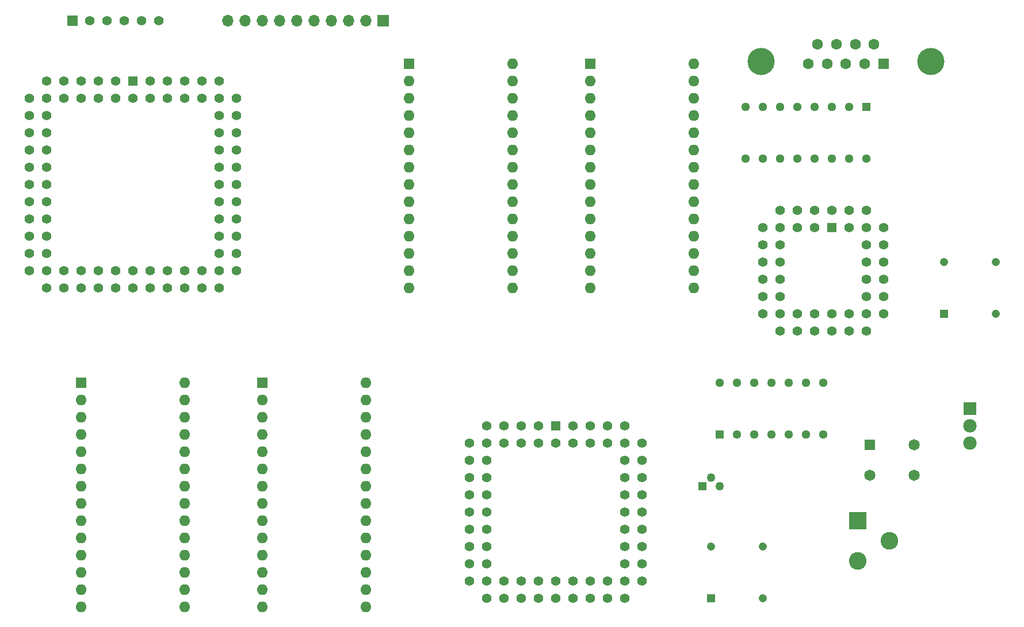
<source format=gbr>
%TF.GenerationSoftware,KiCad,Pcbnew,(5.1.12)-1*%
%TF.CreationDate,2022-04-22T18:12:23-05:00*%
%TF.ProjectId,Microcompuer,4d696372-6f63-46f6-9d70-7565722e6b69,rev?*%
%TF.SameCoordinates,Original*%
%TF.FileFunction,Soldermask,Bot*%
%TF.FilePolarity,Negative*%
%FSLAX46Y46*%
G04 Gerber Fmt 4.6, Leading zero omitted, Abs format (unit mm)*
G04 Created by KiCad (PCBNEW (5.1.12)-1) date 2022-04-22 18:12:23*
%MOMM*%
%LPD*%
G01*
G04 APERTURE LIST*
%ADD10C,2.600000*%
%ADD11R,2.600000X2.600000*%
%ADD12O,1.600000X1.600000*%
%ADD13R,1.600000X1.600000*%
%ADD14C,1.295400*%
%ADD15R,1.295400X1.295400*%
%ADD16C,1.650000*%
%ADD17R,1.650000X1.650000*%
%ADD18C,1.980000*%
%ADD19R,1.980000X1.980000*%
%ADD20C,1.422400*%
%ADD21R,1.524000X1.524000*%
%ADD22C,4.000000*%
%ADD23C,1.600000*%
%ADD24R,1.422400X1.422400*%
%ADD25C,1.270000*%
%ADD26R,1.270000X1.270000*%
%ADD27C,1.208000*%
%ADD28R,1.208000X1.208000*%
%ADD29O,1.700000X1.700000*%
%ADD30R,1.700000X1.700000*%
G04 APERTURE END LIST*
D10*
%TO.C,PLUG1*%
X287910000Y-155400000D03*
X283210000Y-158400000D03*
D11*
X283210000Y-152400000D03*
%TD*%
D12*
%TO.C,UROM1*%
X232410000Y-85090000D03*
X217170000Y-118110000D03*
X232410000Y-87630000D03*
X217170000Y-115570000D03*
X232410000Y-90170000D03*
X217170000Y-113030000D03*
X232410000Y-92710000D03*
X217170000Y-110490000D03*
X232410000Y-95250000D03*
X217170000Y-107950000D03*
X232410000Y-97790000D03*
X217170000Y-105410000D03*
X232410000Y-100330000D03*
X217170000Y-102870000D03*
X232410000Y-102870000D03*
X217170000Y-100330000D03*
X232410000Y-105410000D03*
X217170000Y-97790000D03*
X232410000Y-107950000D03*
X217170000Y-95250000D03*
X232410000Y-110490000D03*
X217170000Y-92710000D03*
X232410000Y-113030000D03*
X217170000Y-90170000D03*
X232410000Y-115570000D03*
X217170000Y-87630000D03*
X232410000Y-118110000D03*
D13*
X217170000Y-85090000D03*
%TD*%
D12*
%TO.C,URAM1*%
X184150000Y-132080000D03*
X168910000Y-165100000D03*
X184150000Y-134620000D03*
X168910000Y-162560000D03*
X184150000Y-137160000D03*
X168910000Y-160020000D03*
X184150000Y-139700000D03*
X168910000Y-157480000D03*
X184150000Y-142240000D03*
X168910000Y-154940000D03*
X184150000Y-144780000D03*
X168910000Y-152400000D03*
X184150000Y-147320000D03*
X168910000Y-149860000D03*
X184150000Y-149860000D03*
X168910000Y-147320000D03*
X184150000Y-152400000D03*
X168910000Y-144780000D03*
X184150000Y-154940000D03*
X168910000Y-142240000D03*
X184150000Y-157480000D03*
X168910000Y-139700000D03*
X184150000Y-160020000D03*
X168910000Y-137160000D03*
X184150000Y-162560000D03*
X168910000Y-134620000D03*
X184150000Y-165100000D03*
D13*
X168910000Y-132080000D03*
%TD*%
D14*
%TO.C,U8*%
X262890000Y-132080000D03*
X265430000Y-132080000D03*
X267970000Y-132080000D03*
X270510000Y-132080000D03*
X273050000Y-132080000D03*
X275590000Y-132080000D03*
X278130000Y-132080000D03*
X278130000Y-139700000D03*
X275590000Y-139700000D03*
X273050000Y-139700000D03*
X270510000Y-139700000D03*
X267970000Y-139700000D03*
X265430000Y-139700000D03*
D15*
X262890000Y-139700000D03*
%TD*%
D16*
%TO.C,S1*%
X291540000Y-141260000D03*
D17*
X285040000Y-141260000D03*
D16*
X291540000Y-145760000D03*
X285040000Y-145760000D03*
%TD*%
D14*
%TO.C,RS1*%
X284480000Y-99060000D03*
X281940000Y-99060000D03*
X279400000Y-99060000D03*
X276860000Y-99060000D03*
X274320000Y-99060000D03*
X271780000Y-99060000D03*
X269240000Y-99060000D03*
X266700000Y-99060000D03*
X266700000Y-91440000D03*
X269240000Y-91440000D03*
X271780000Y-91440000D03*
X274320000Y-91440000D03*
X276860000Y-91440000D03*
X279400000Y-91440000D03*
X281940000Y-91440000D03*
D15*
X284480000Y-91440000D03*
%TD*%
D18*
%TO.C,REG1*%
X299720000Y-140990000D03*
X299720000Y-138440000D03*
D19*
X299720000Y-135890000D03*
%TD*%
D12*
%TO.C,LROM1*%
X259080000Y-85090000D03*
X243840000Y-118110000D03*
X259080000Y-87630000D03*
X243840000Y-115570000D03*
X259080000Y-90170000D03*
X243840000Y-113030000D03*
X259080000Y-92710000D03*
X243840000Y-110490000D03*
X259080000Y-95250000D03*
X243840000Y-107950000D03*
X259080000Y-97790000D03*
X243840000Y-105410000D03*
X259080000Y-100330000D03*
X243840000Y-102870000D03*
X259080000Y-102870000D03*
X243840000Y-100330000D03*
X259080000Y-105410000D03*
X243840000Y-97790000D03*
X259080000Y-107950000D03*
X243840000Y-95250000D03*
X259080000Y-110490000D03*
X243840000Y-92710000D03*
X259080000Y-113030000D03*
X243840000Y-90170000D03*
X259080000Y-115570000D03*
X243840000Y-87630000D03*
X259080000Y-118110000D03*
D13*
X243840000Y-85090000D03*
%TD*%
D12*
%TO.C,LRAM1*%
X210820000Y-132080000D03*
X195580000Y-165100000D03*
X210820000Y-134620000D03*
X195580000Y-162560000D03*
X210820000Y-137160000D03*
X195580000Y-160020000D03*
X210820000Y-139700000D03*
X195580000Y-157480000D03*
X210820000Y-142240000D03*
X195580000Y-154940000D03*
X210820000Y-144780000D03*
X195580000Y-152400000D03*
X210820000Y-147320000D03*
X195580000Y-149860000D03*
X210820000Y-149860000D03*
X195580000Y-147320000D03*
X210820000Y-152400000D03*
X195580000Y-144780000D03*
X210820000Y-154940000D03*
X195580000Y-142240000D03*
X210820000Y-157480000D03*
X195580000Y-139700000D03*
X210820000Y-160020000D03*
X195580000Y-137160000D03*
X210820000Y-162560000D03*
X195580000Y-134620000D03*
X210820000Y-165100000D03*
D13*
X195580000Y-132080000D03*
%TD*%
D20*
%TO.C,JTAG1*%
X180340000Y-78740000D03*
X177800000Y-78740000D03*
X175260000Y-78740000D03*
X172720000Y-78740000D03*
X170180000Y-78740000D03*
D21*
X167640000Y-78740000D03*
%TD*%
D22*
%TO.C,J3*%
X268980000Y-84790000D03*
X293980000Y-84790000D03*
D23*
X277325000Y-82250000D03*
X280095000Y-82250000D03*
X282865000Y-82250000D03*
X285635000Y-82250000D03*
X275940000Y-85090000D03*
X278710000Y-85090000D03*
X281480000Y-85090000D03*
X284250000Y-85090000D03*
D13*
X287020000Y-85090000D03*
%TD*%
D20*
%TO.C,DUART1*%
X287020000Y-109220000D03*
X287020000Y-111760000D03*
X287020000Y-114300000D03*
X287020000Y-116840000D03*
X287020000Y-119380000D03*
X284480000Y-106680000D03*
X284480000Y-111760000D03*
X284480000Y-114300000D03*
X284480000Y-116840000D03*
X284480000Y-119380000D03*
X284480000Y-121920000D03*
X284480000Y-124460000D03*
X281940000Y-124460000D03*
X279400000Y-124460000D03*
X276860000Y-124460000D03*
X274320000Y-124460000D03*
X271780000Y-124460000D03*
X287020000Y-121920000D03*
X281940000Y-121920000D03*
X279400000Y-121920000D03*
X276860000Y-121920000D03*
X274320000Y-121920000D03*
X271780000Y-121920000D03*
X269240000Y-121920000D03*
X269240000Y-119380000D03*
X269240000Y-116840000D03*
X269240000Y-114300000D03*
X269240000Y-111760000D03*
X269240000Y-109220000D03*
X271780000Y-119380000D03*
X271780000Y-116840000D03*
X271780000Y-114300000D03*
X271780000Y-111760000D03*
X271780000Y-109220000D03*
X281940000Y-106680000D03*
X279400000Y-106680000D03*
X271780000Y-106680000D03*
X274320000Y-106680000D03*
X276860000Y-106680000D03*
X284480000Y-109220000D03*
X281940000Y-109220000D03*
X274320000Y-109220000D03*
X276860000Y-109220000D03*
D24*
X279400000Y-109220000D03*
%TD*%
D25*
%TO.C,DS1813*%
X262890000Y-147320000D03*
X261620000Y-146050000D03*
D26*
X260350000Y-147320000D03*
%TD*%
D27*
%TO.C,D_CLK1*%
X303530000Y-114300000D03*
X303530000Y-121920000D03*
D28*
X295910000Y-121920000D03*
D27*
X295910000Y-114300000D03*
%TD*%
%TO.C,CPU_CLK1*%
X269240000Y-156210000D03*
X269240000Y-163830000D03*
D28*
X261620000Y-163830000D03*
D27*
X261620000Y-156210000D03*
%TD*%
D20*
%TO.C,CPU1*%
X251460000Y-140970000D03*
X251460000Y-143510000D03*
X251460000Y-146050000D03*
X251460000Y-148590000D03*
X251460000Y-151130000D03*
X251460000Y-153670000D03*
X251460000Y-156210000D03*
X251460000Y-158750000D03*
X248920000Y-138430000D03*
X248920000Y-143510000D03*
X248920000Y-146050000D03*
X248920000Y-148590000D03*
X248920000Y-151130000D03*
X248920000Y-153670000D03*
X248920000Y-156210000D03*
X248920000Y-158750000D03*
X248920000Y-161290000D03*
X248920000Y-163830000D03*
X246380000Y-163830000D03*
X243840000Y-163830000D03*
X241300000Y-163830000D03*
X238760000Y-163830000D03*
X236220000Y-163830000D03*
X233680000Y-163830000D03*
X231140000Y-163830000D03*
X228600000Y-163830000D03*
X251460000Y-161290000D03*
X246380000Y-161290000D03*
X243840000Y-161290000D03*
X241300000Y-161290000D03*
X238760000Y-161290000D03*
X236220000Y-161290000D03*
X233680000Y-161290000D03*
X231140000Y-161290000D03*
X228600000Y-161290000D03*
X226060000Y-161290000D03*
X226060000Y-158750000D03*
X226060000Y-156210000D03*
X226060000Y-153670000D03*
X226060000Y-151130000D03*
X226060000Y-148590000D03*
X226060000Y-146050000D03*
X226060000Y-143510000D03*
X226060000Y-140970000D03*
X228600000Y-158750000D03*
X228600000Y-156210000D03*
X228600000Y-153670000D03*
X228600000Y-151130000D03*
X228600000Y-148590000D03*
X228600000Y-146050000D03*
X228600000Y-143510000D03*
X228600000Y-140970000D03*
X246380000Y-138430000D03*
X243840000Y-138430000D03*
X241300000Y-138430000D03*
X228600000Y-138430000D03*
X231140000Y-138430000D03*
X233680000Y-138430000D03*
X236220000Y-138430000D03*
D24*
X238760000Y-138430000D03*
D20*
X248920000Y-140970000D03*
X246380000Y-140970000D03*
X243840000Y-140970000D03*
X241300000Y-140970000D03*
X231140000Y-140970000D03*
X233680000Y-140970000D03*
X236220000Y-140970000D03*
X238760000Y-140970000D03*
%TD*%
%TO.C,CPLD1*%
X191770000Y-92710000D03*
X191770000Y-95250000D03*
X191770000Y-97790000D03*
X191770000Y-100330000D03*
X191770000Y-102870000D03*
X191770000Y-105410000D03*
X191770000Y-107950000D03*
X191770000Y-110490000D03*
X191770000Y-113030000D03*
X191770000Y-115570000D03*
X189230000Y-92710000D03*
X189230000Y-95250000D03*
X189230000Y-97790000D03*
X189230000Y-100330000D03*
X189230000Y-102870000D03*
X189230000Y-105410000D03*
X189230000Y-107950000D03*
X189230000Y-110490000D03*
X189230000Y-113030000D03*
X189230000Y-115570000D03*
X189230000Y-118110000D03*
X186690000Y-118110000D03*
X184150000Y-118110000D03*
X181610000Y-118110000D03*
X179070000Y-118110000D03*
X176530000Y-118110000D03*
X173990000Y-118110000D03*
X171450000Y-118110000D03*
X168910000Y-118110000D03*
X166370000Y-118110000D03*
X163830000Y-118110000D03*
X186690000Y-115570000D03*
X184150000Y-115570000D03*
X181610000Y-115570000D03*
X179070000Y-115570000D03*
X176530000Y-115570000D03*
X173990000Y-115570000D03*
X171450000Y-115570000D03*
X168910000Y-115570000D03*
X166370000Y-115570000D03*
X163830000Y-115570000D03*
X161290000Y-115570000D03*
X161290000Y-113030000D03*
X161290000Y-110490000D03*
X161290000Y-107950000D03*
X161290000Y-105410000D03*
X161290000Y-102870000D03*
X161290000Y-100330000D03*
X161290000Y-97790000D03*
X161290000Y-95250000D03*
X161290000Y-92710000D03*
X161290000Y-90170000D03*
X163830000Y-113030000D03*
X163830000Y-110490000D03*
X163830000Y-107950000D03*
X163830000Y-105410000D03*
X163830000Y-102870000D03*
X163830000Y-100330000D03*
X163830000Y-97790000D03*
X163830000Y-95250000D03*
X163830000Y-92710000D03*
X163830000Y-90170000D03*
X189230000Y-87630000D03*
X186690000Y-87630000D03*
X184150000Y-87630000D03*
X181610000Y-87630000D03*
X179070000Y-87630000D03*
X163830000Y-87630000D03*
X166370000Y-87630000D03*
X168910000Y-87630000D03*
X171450000Y-87630000D03*
X173990000Y-87630000D03*
D24*
X176530000Y-87630000D03*
D20*
X191770000Y-90170000D03*
X189230000Y-90170000D03*
X186690000Y-90170000D03*
X184150000Y-90170000D03*
X181610000Y-90170000D03*
X179070000Y-90170000D03*
X166370000Y-90170000D03*
X168910000Y-90170000D03*
X171450000Y-90170000D03*
X173990000Y-90170000D03*
X176530000Y-90170000D03*
%TD*%
D29*
%TO.C,Con1*%
X190500000Y-78740000D03*
X193040000Y-78740000D03*
X195580000Y-78740000D03*
X198120000Y-78740000D03*
X200660000Y-78740000D03*
X203200000Y-78740000D03*
X205740000Y-78740000D03*
X208280000Y-78740000D03*
X210820000Y-78740000D03*
D30*
X213360000Y-78740000D03*
%TD*%
M02*

</source>
